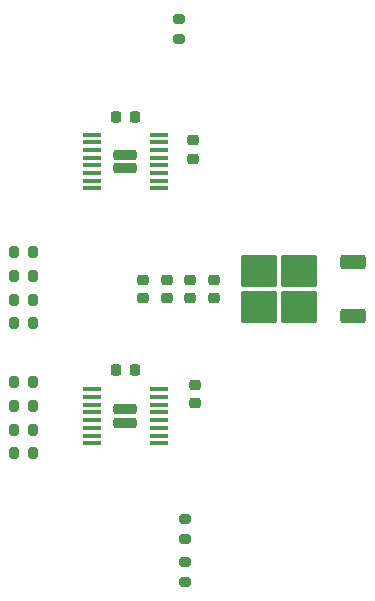
<source format=gbr>
%TF.GenerationSoftware,KiCad,Pcbnew,7.0.6*%
%TF.CreationDate,2024-02-11T22:16:59+09:00*%
%TF.ProjectId,MotorDriver_Right_DRV8874_20240206,4d6f746f-7244-4726-9976-65725f526967,rev?*%
%TF.SameCoordinates,Original*%
%TF.FileFunction,Paste,Top*%
%TF.FilePolarity,Positive*%
%FSLAX46Y46*%
G04 Gerber Fmt 4.6, Leading zero omitted, Abs format (unit mm)*
G04 Created by KiCad (PCBNEW 7.0.6) date 2024-02-11 22:16:59*
%MOMM*%
%LPD*%
G01*
G04 APERTURE LIST*
G04 Aperture macros list*
%AMRoundRect*
0 Rectangle with rounded corners*
0 $1 Rounding radius*
0 $2 $3 $4 $5 $6 $7 $8 $9 X,Y pos of 4 corners*
0 Add a 4 corners polygon primitive as box body*
4,1,4,$2,$3,$4,$5,$6,$7,$8,$9,$2,$3,0*
0 Add four circle primitives for the rounded corners*
1,1,$1+$1,$2,$3*
1,1,$1+$1,$4,$5*
1,1,$1+$1,$6,$7*
1,1,$1+$1,$8,$9*
0 Add four rect primitives between the rounded corners*
20,1,$1+$1,$2,$3,$4,$5,0*
20,1,$1+$1,$4,$5,$6,$7,0*
20,1,$1+$1,$6,$7,$8,$9,0*
20,1,$1+$1,$8,$9,$2,$3,0*%
G04 Aperture macros list end*
%ADD10RoundRect,0.225000X0.250000X-0.225000X0.250000X0.225000X-0.250000X0.225000X-0.250000X-0.225000X0*%
%ADD11RoundRect,0.200000X0.275000X-0.200000X0.275000X0.200000X-0.275000X0.200000X-0.275000X-0.200000X0*%
%ADD12RoundRect,0.200000X0.200000X0.275000X-0.200000X0.275000X-0.200000X-0.275000X0.200000X-0.275000X0*%
%ADD13RoundRect,0.200000X-0.200000X-0.275000X0.200000X-0.275000X0.200000X0.275000X-0.200000X0.275000X0*%
%ADD14RoundRect,0.225000X0.225000X0.250000X-0.225000X0.250000X-0.225000X-0.250000X0.225000X-0.250000X0*%
%ADD15RoundRect,0.232500X-0.757500X-0.232500X0.757500X-0.232500X0.757500X0.232500X-0.757500X0.232500X0*%
%ADD16RoundRect,0.100000X-0.687500X-0.100000X0.687500X-0.100000X0.687500X0.100000X-0.687500X0.100000X0*%
%ADD17RoundRect,0.250000X0.850000X0.350000X-0.850000X0.350000X-0.850000X-0.350000X0.850000X-0.350000X0*%
%ADD18RoundRect,0.250000X1.275000X1.125000X-1.275000X1.125000X-1.275000X-1.125000X1.275000X-1.125000X0*%
G04 APERTURE END LIST*
D10*
%TO.C,C8*%
X108712500Y-62007500D03*
X108712500Y-63557500D03*
%TD*%
D11*
%TO.C,R7*%
X108000000Y-94062500D03*
X108000000Y-95712500D03*
%TD*%
D10*
%TO.C,C1*%
X104462500Y-73787500D03*
X104462500Y-75337500D03*
%TD*%
%TO.C,C3*%
X108442500Y-73787500D03*
X108442500Y-75337500D03*
%TD*%
D12*
%TO.C,R9*%
X93500000Y-71487500D03*
X95150000Y-71487500D03*
%TD*%
%TO.C,R2*%
X93500000Y-82487500D03*
X95150000Y-82487500D03*
%TD*%
D13*
%TO.C,R5*%
X95150000Y-75487500D03*
X93500000Y-75487500D03*
%TD*%
D10*
%TO.C,C5*%
X110462500Y-73787500D03*
X110462500Y-75337500D03*
%TD*%
D13*
%TO.C,R1*%
X95150000Y-86487500D03*
X93500000Y-86487500D03*
%TD*%
D14*
%TO.C,C4*%
X102187500Y-81437867D03*
X103737500Y-81437867D03*
%TD*%
D12*
%TO.C,R4*%
X93500000Y-88487500D03*
X95150000Y-88487500D03*
%TD*%
D11*
%TO.C,R8*%
X108000000Y-97737500D03*
X108000000Y-99387500D03*
%TD*%
D12*
%TO.C,R10*%
X93500000Y-73487500D03*
X95150000Y-73487500D03*
%TD*%
%TO.C,R11*%
X93500000Y-77487500D03*
X95150000Y-77487500D03*
%TD*%
D10*
%TO.C,C6*%
X108825000Y-82712500D03*
X108825000Y-84262500D03*
%TD*%
D15*
%TO.C,U1*%
X102962500Y-84782500D03*
X102962500Y-85942500D03*
D16*
X100100000Y-83087500D03*
X100100000Y-83737500D03*
X100100000Y-84387500D03*
X100100000Y-85037500D03*
X100100000Y-85687500D03*
X100100000Y-86337500D03*
X100100000Y-86987500D03*
X100100000Y-87637500D03*
X105825000Y-87637500D03*
X105825000Y-86987500D03*
X105825000Y-86337500D03*
X105825000Y-85687500D03*
X105825000Y-85037500D03*
X105825000Y-84387500D03*
X105825000Y-83737500D03*
X105825000Y-83087500D03*
%TD*%
D14*
%TO.C,C7*%
X102187500Y-59987500D03*
X103737500Y-59987500D03*
%TD*%
D16*
%TO.C,U2*%
X105825000Y-61507500D03*
X105825000Y-62157500D03*
X105825000Y-62807500D03*
X105825000Y-63457500D03*
X105825000Y-64107500D03*
X105825000Y-64757500D03*
X105825000Y-65407500D03*
X105825000Y-66057500D03*
X100100000Y-66057500D03*
X100100000Y-65407500D03*
X100100000Y-64757500D03*
X100100000Y-64107500D03*
X100100000Y-63457500D03*
X100100000Y-62807500D03*
X100100000Y-62157500D03*
X100100000Y-61507500D03*
D15*
X102962500Y-64362500D03*
X102962500Y-63202500D03*
%TD*%
D11*
%TO.C,R6*%
X107500000Y-53387500D03*
X107500000Y-51737500D03*
%TD*%
D12*
%TO.C,R3*%
X93500000Y-84487500D03*
X95150000Y-84487500D03*
%TD*%
D17*
%TO.C,D1*%
X122262500Y-72282500D03*
D18*
X114287500Y-73037500D03*
X114287500Y-76087500D03*
X117637500Y-73037500D03*
X117637500Y-76087500D03*
D17*
X122262500Y-76842500D03*
%TD*%
D10*
%TO.C,C2*%
X106462500Y-73787500D03*
X106462500Y-75337500D03*
%TD*%
M02*

</source>
